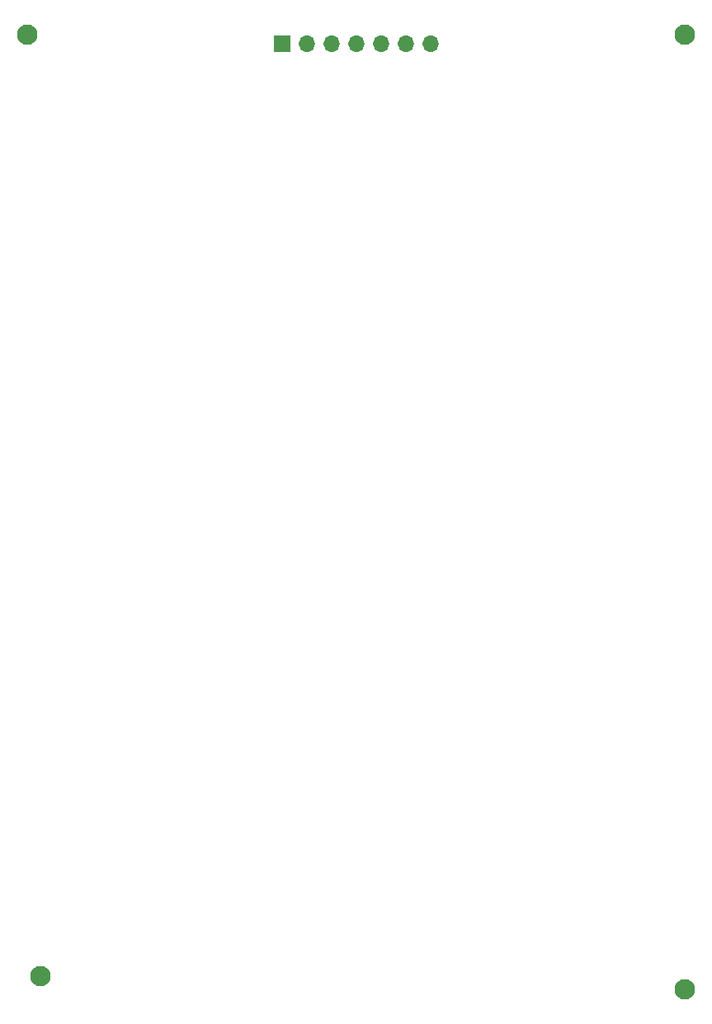
<source format=gbr>
%TF.GenerationSoftware,KiCad,Pcbnew,(6.0.9)*%
%TF.CreationDate,2023-03-26T11:38:19+02:00*%
%TF.ProjectId,SelectaAutomatKeyPad,53656c65-6374-4614-9175-746f6d61744b,20230306*%
%TF.SameCoordinates,PX5f5e100PY8f0d180*%
%TF.FileFunction,Soldermask,Bot*%
%TF.FilePolarity,Negative*%
%FSLAX46Y46*%
G04 Gerber Fmt 4.6, Leading zero omitted, Abs format (unit mm)*
G04 Created by KiCad (PCBNEW (6.0.9)) date 2023-03-26 11:38:19*
%MOMM*%
%LPD*%
G01*
G04 APERTURE LIST*
%ADD10C,2.100000*%
%ADD11R,1.700000X1.700000*%
%ADD12O,1.700000X1.700000*%
G04 APERTURE END LIST*
D10*
%TO.C,H1*%
X4325000Y4325000D03*
%TD*%
%TO.C,H2*%
X70500000Y3000000D03*
%TD*%
%TO.C,H4*%
X3000000Y101000000D03*
%TD*%
D11*
%TO.C,J1*%
X29130000Y100000000D03*
D12*
X31670000Y100000000D03*
X34210000Y100000000D03*
X36750000Y100000000D03*
X39290000Y100000000D03*
X41830000Y100000000D03*
X44370000Y100000000D03*
%TD*%
D10*
%TO.C,H3*%
X70500000Y101000000D03*
%TD*%
M02*

</source>
